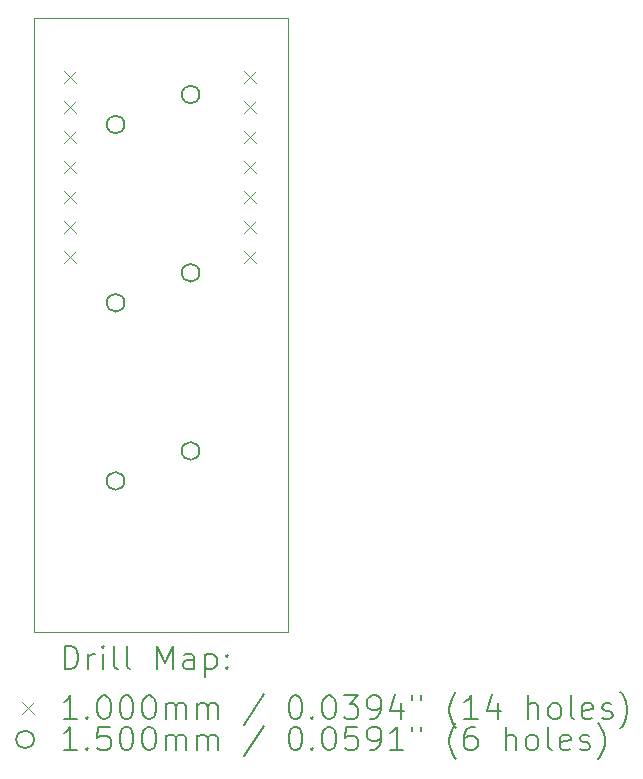
<source format=gbr>
%TF.GenerationSoftware,KiCad,Pcbnew,8.0.6*%
%TF.CreationDate,2024-10-21T23:56:26-04:00*%
%TF.ProjectId,Hackpad,4861636b-7061-4642-9e6b-696361645f70,rev?*%
%TF.SameCoordinates,Original*%
%TF.FileFunction,Drillmap*%
%TF.FilePolarity,Positive*%
%FSLAX45Y45*%
G04 Gerber Fmt 4.5, Leading zero omitted, Abs format (unit mm)*
G04 Created by KiCad (PCBNEW 8.0.6) date 2024-10-21 23:56:26*
%MOMM*%
%LPD*%
G01*
G04 APERTURE LIST*
%ADD10C,0.050000*%
%ADD11C,0.200000*%
%ADD12C,0.100000*%
%ADD13C,0.150000*%
G04 APERTURE END LIST*
D10*
X14550000Y-5600000D02*
X16700000Y-5600000D01*
X16700000Y-10800000D01*
X14550000Y-10800000D01*
X14550000Y-5600000D01*
D11*
D12*
X14800000Y-6050000D02*
X14900000Y-6150000D01*
X14900000Y-6050000D02*
X14800000Y-6150000D01*
X14800000Y-6304000D02*
X14900000Y-6404000D01*
X14900000Y-6304000D02*
X14800000Y-6404000D01*
X14800000Y-6558000D02*
X14900000Y-6658000D01*
X14900000Y-6558000D02*
X14800000Y-6658000D01*
X14800000Y-6812000D02*
X14900000Y-6912000D01*
X14900000Y-6812000D02*
X14800000Y-6912000D01*
X14800000Y-7066000D02*
X14900000Y-7166000D01*
X14900000Y-7066000D02*
X14800000Y-7166000D01*
X14800000Y-7320000D02*
X14900000Y-7420000D01*
X14900000Y-7320000D02*
X14800000Y-7420000D01*
X14800000Y-7574000D02*
X14900000Y-7674000D01*
X14900000Y-7574000D02*
X14800000Y-7674000D01*
X16325000Y-6050000D02*
X16425000Y-6150000D01*
X16425000Y-6050000D02*
X16325000Y-6150000D01*
X16325000Y-6304000D02*
X16425000Y-6404000D01*
X16425000Y-6304000D02*
X16325000Y-6404000D01*
X16325000Y-6558000D02*
X16425000Y-6658000D01*
X16425000Y-6558000D02*
X16325000Y-6658000D01*
X16325000Y-6812000D02*
X16425000Y-6912000D01*
X16425000Y-6812000D02*
X16325000Y-6912000D01*
X16325000Y-7066000D02*
X16425000Y-7166000D01*
X16425000Y-7066000D02*
X16325000Y-7166000D01*
X16325000Y-7320000D02*
X16425000Y-7420000D01*
X16425000Y-7320000D02*
X16325000Y-7420000D01*
X16325000Y-7574000D02*
X16425000Y-7674000D01*
X16425000Y-7574000D02*
X16325000Y-7674000D01*
D13*
X15314100Y-6500000D02*
G75*
G02*
X15164100Y-6500000I-75000J0D01*
G01*
X15164100Y-6500000D02*
G75*
G02*
X15314100Y-6500000I75000J0D01*
G01*
X15314100Y-8009000D02*
G75*
G02*
X15164100Y-8009000I-75000J0D01*
G01*
X15164100Y-8009000D02*
G75*
G02*
X15314100Y-8009000I75000J0D01*
G01*
X15314100Y-9518000D02*
G75*
G02*
X15164100Y-9518000I-75000J0D01*
G01*
X15164100Y-9518000D02*
G75*
G02*
X15314100Y-9518000I75000J0D01*
G01*
X15949100Y-6246000D02*
G75*
G02*
X15799100Y-6246000I-75000J0D01*
G01*
X15799100Y-6246000D02*
G75*
G02*
X15949100Y-6246000I75000J0D01*
G01*
X15949100Y-7755000D02*
G75*
G02*
X15799100Y-7755000I-75000J0D01*
G01*
X15799100Y-7755000D02*
G75*
G02*
X15949100Y-7755000I75000J0D01*
G01*
X15949100Y-9264000D02*
G75*
G02*
X15799100Y-9264000I-75000J0D01*
G01*
X15799100Y-9264000D02*
G75*
G02*
X15949100Y-9264000I75000J0D01*
G01*
D11*
X14808277Y-11113984D02*
X14808277Y-10913984D01*
X14808277Y-10913984D02*
X14855896Y-10913984D01*
X14855896Y-10913984D02*
X14884467Y-10923508D01*
X14884467Y-10923508D02*
X14903515Y-10942555D01*
X14903515Y-10942555D02*
X14913039Y-10961603D01*
X14913039Y-10961603D02*
X14922562Y-10999698D01*
X14922562Y-10999698D02*
X14922562Y-11028270D01*
X14922562Y-11028270D02*
X14913039Y-11066365D01*
X14913039Y-11066365D02*
X14903515Y-11085412D01*
X14903515Y-11085412D02*
X14884467Y-11104460D01*
X14884467Y-11104460D02*
X14855896Y-11113984D01*
X14855896Y-11113984D02*
X14808277Y-11113984D01*
X15008277Y-11113984D02*
X15008277Y-10980650D01*
X15008277Y-11018746D02*
X15017801Y-10999698D01*
X15017801Y-10999698D02*
X15027324Y-10990174D01*
X15027324Y-10990174D02*
X15046372Y-10980650D01*
X15046372Y-10980650D02*
X15065420Y-10980650D01*
X15132086Y-11113984D02*
X15132086Y-10980650D01*
X15132086Y-10913984D02*
X15122562Y-10923508D01*
X15122562Y-10923508D02*
X15132086Y-10933031D01*
X15132086Y-10933031D02*
X15141610Y-10923508D01*
X15141610Y-10923508D02*
X15132086Y-10913984D01*
X15132086Y-10913984D02*
X15132086Y-10933031D01*
X15255896Y-11113984D02*
X15236848Y-11104460D01*
X15236848Y-11104460D02*
X15227324Y-11085412D01*
X15227324Y-11085412D02*
X15227324Y-10913984D01*
X15360658Y-11113984D02*
X15341610Y-11104460D01*
X15341610Y-11104460D02*
X15332086Y-11085412D01*
X15332086Y-11085412D02*
X15332086Y-10913984D01*
X15589229Y-11113984D02*
X15589229Y-10913984D01*
X15589229Y-10913984D02*
X15655896Y-11056841D01*
X15655896Y-11056841D02*
X15722562Y-10913984D01*
X15722562Y-10913984D02*
X15722562Y-11113984D01*
X15903515Y-11113984D02*
X15903515Y-11009222D01*
X15903515Y-11009222D02*
X15893991Y-10990174D01*
X15893991Y-10990174D02*
X15874943Y-10980650D01*
X15874943Y-10980650D02*
X15836848Y-10980650D01*
X15836848Y-10980650D02*
X15817801Y-10990174D01*
X15903515Y-11104460D02*
X15884467Y-11113984D01*
X15884467Y-11113984D02*
X15836848Y-11113984D01*
X15836848Y-11113984D02*
X15817801Y-11104460D01*
X15817801Y-11104460D02*
X15808277Y-11085412D01*
X15808277Y-11085412D02*
X15808277Y-11066365D01*
X15808277Y-11066365D02*
X15817801Y-11047317D01*
X15817801Y-11047317D02*
X15836848Y-11037793D01*
X15836848Y-11037793D02*
X15884467Y-11037793D01*
X15884467Y-11037793D02*
X15903515Y-11028270D01*
X15998753Y-10980650D02*
X15998753Y-11180650D01*
X15998753Y-10990174D02*
X16017801Y-10980650D01*
X16017801Y-10980650D02*
X16055896Y-10980650D01*
X16055896Y-10980650D02*
X16074943Y-10990174D01*
X16074943Y-10990174D02*
X16084467Y-10999698D01*
X16084467Y-10999698D02*
X16093991Y-11018746D01*
X16093991Y-11018746D02*
X16093991Y-11075889D01*
X16093991Y-11075889D02*
X16084467Y-11094936D01*
X16084467Y-11094936D02*
X16074943Y-11104460D01*
X16074943Y-11104460D02*
X16055896Y-11113984D01*
X16055896Y-11113984D02*
X16017801Y-11113984D01*
X16017801Y-11113984D02*
X15998753Y-11104460D01*
X16179705Y-11094936D02*
X16189229Y-11104460D01*
X16189229Y-11104460D02*
X16179705Y-11113984D01*
X16179705Y-11113984D02*
X16170182Y-11104460D01*
X16170182Y-11104460D02*
X16179705Y-11094936D01*
X16179705Y-11094936D02*
X16179705Y-11113984D01*
X16179705Y-10990174D02*
X16189229Y-10999698D01*
X16189229Y-10999698D02*
X16179705Y-11009222D01*
X16179705Y-11009222D02*
X16170182Y-10999698D01*
X16170182Y-10999698D02*
X16179705Y-10990174D01*
X16179705Y-10990174D02*
X16179705Y-11009222D01*
D12*
X14447500Y-11392500D02*
X14547500Y-11492500D01*
X14547500Y-11392500D02*
X14447500Y-11492500D01*
D11*
X14913039Y-11533984D02*
X14798753Y-11533984D01*
X14855896Y-11533984D02*
X14855896Y-11333984D01*
X14855896Y-11333984D02*
X14836848Y-11362555D01*
X14836848Y-11362555D02*
X14817801Y-11381603D01*
X14817801Y-11381603D02*
X14798753Y-11391127D01*
X14998753Y-11514936D02*
X15008277Y-11524460D01*
X15008277Y-11524460D02*
X14998753Y-11533984D01*
X14998753Y-11533984D02*
X14989229Y-11524460D01*
X14989229Y-11524460D02*
X14998753Y-11514936D01*
X14998753Y-11514936D02*
X14998753Y-11533984D01*
X15132086Y-11333984D02*
X15151134Y-11333984D01*
X15151134Y-11333984D02*
X15170182Y-11343508D01*
X15170182Y-11343508D02*
X15179705Y-11353031D01*
X15179705Y-11353031D02*
X15189229Y-11372079D01*
X15189229Y-11372079D02*
X15198753Y-11410174D01*
X15198753Y-11410174D02*
X15198753Y-11457793D01*
X15198753Y-11457793D02*
X15189229Y-11495888D01*
X15189229Y-11495888D02*
X15179705Y-11514936D01*
X15179705Y-11514936D02*
X15170182Y-11524460D01*
X15170182Y-11524460D02*
X15151134Y-11533984D01*
X15151134Y-11533984D02*
X15132086Y-11533984D01*
X15132086Y-11533984D02*
X15113039Y-11524460D01*
X15113039Y-11524460D02*
X15103515Y-11514936D01*
X15103515Y-11514936D02*
X15093991Y-11495888D01*
X15093991Y-11495888D02*
X15084467Y-11457793D01*
X15084467Y-11457793D02*
X15084467Y-11410174D01*
X15084467Y-11410174D02*
X15093991Y-11372079D01*
X15093991Y-11372079D02*
X15103515Y-11353031D01*
X15103515Y-11353031D02*
X15113039Y-11343508D01*
X15113039Y-11343508D02*
X15132086Y-11333984D01*
X15322562Y-11333984D02*
X15341610Y-11333984D01*
X15341610Y-11333984D02*
X15360658Y-11343508D01*
X15360658Y-11343508D02*
X15370182Y-11353031D01*
X15370182Y-11353031D02*
X15379705Y-11372079D01*
X15379705Y-11372079D02*
X15389229Y-11410174D01*
X15389229Y-11410174D02*
X15389229Y-11457793D01*
X15389229Y-11457793D02*
X15379705Y-11495888D01*
X15379705Y-11495888D02*
X15370182Y-11514936D01*
X15370182Y-11514936D02*
X15360658Y-11524460D01*
X15360658Y-11524460D02*
X15341610Y-11533984D01*
X15341610Y-11533984D02*
X15322562Y-11533984D01*
X15322562Y-11533984D02*
X15303515Y-11524460D01*
X15303515Y-11524460D02*
X15293991Y-11514936D01*
X15293991Y-11514936D02*
X15284467Y-11495888D01*
X15284467Y-11495888D02*
X15274943Y-11457793D01*
X15274943Y-11457793D02*
X15274943Y-11410174D01*
X15274943Y-11410174D02*
X15284467Y-11372079D01*
X15284467Y-11372079D02*
X15293991Y-11353031D01*
X15293991Y-11353031D02*
X15303515Y-11343508D01*
X15303515Y-11343508D02*
X15322562Y-11333984D01*
X15513039Y-11333984D02*
X15532086Y-11333984D01*
X15532086Y-11333984D02*
X15551134Y-11343508D01*
X15551134Y-11343508D02*
X15560658Y-11353031D01*
X15560658Y-11353031D02*
X15570182Y-11372079D01*
X15570182Y-11372079D02*
X15579705Y-11410174D01*
X15579705Y-11410174D02*
X15579705Y-11457793D01*
X15579705Y-11457793D02*
X15570182Y-11495888D01*
X15570182Y-11495888D02*
X15560658Y-11514936D01*
X15560658Y-11514936D02*
X15551134Y-11524460D01*
X15551134Y-11524460D02*
X15532086Y-11533984D01*
X15532086Y-11533984D02*
X15513039Y-11533984D01*
X15513039Y-11533984D02*
X15493991Y-11524460D01*
X15493991Y-11524460D02*
X15484467Y-11514936D01*
X15484467Y-11514936D02*
X15474943Y-11495888D01*
X15474943Y-11495888D02*
X15465420Y-11457793D01*
X15465420Y-11457793D02*
X15465420Y-11410174D01*
X15465420Y-11410174D02*
X15474943Y-11372079D01*
X15474943Y-11372079D02*
X15484467Y-11353031D01*
X15484467Y-11353031D02*
X15493991Y-11343508D01*
X15493991Y-11343508D02*
X15513039Y-11333984D01*
X15665420Y-11533984D02*
X15665420Y-11400650D01*
X15665420Y-11419698D02*
X15674943Y-11410174D01*
X15674943Y-11410174D02*
X15693991Y-11400650D01*
X15693991Y-11400650D02*
X15722563Y-11400650D01*
X15722563Y-11400650D02*
X15741610Y-11410174D01*
X15741610Y-11410174D02*
X15751134Y-11429222D01*
X15751134Y-11429222D02*
X15751134Y-11533984D01*
X15751134Y-11429222D02*
X15760658Y-11410174D01*
X15760658Y-11410174D02*
X15779705Y-11400650D01*
X15779705Y-11400650D02*
X15808277Y-11400650D01*
X15808277Y-11400650D02*
X15827324Y-11410174D01*
X15827324Y-11410174D02*
X15836848Y-11429222D01*
X15836848Y-11429222D02*
X15836848Y-11533984D01*
X15932086Y-11533984D02*
X15932086Y-11400650D01*
X15932086Y-11419698D02*
X15941610Y-11410174D01*
X15941610Y-11410174D02*
X15960658Y-11400650D01*
X15960658Y-11400650D02*
X15989229Y-11400650D01*
X15989229Y-11400650D02*
X16008277Y-11410174D01*
X16008277Y-11410174D02*
X16017801Y-11429222D01*
X16017801Y-11429222D02*
X16017801Y-11533984D01*
X16017801Y-11429222D02*
X16027324Y-11410174D01*
X16027324Y-11410174D02*
X16046372Y-11400650D01*
X16046372Y-11400650D02*
X16074943Y-11400650D01*
X16074943Y-11400650D02*
X16093991Y-11410174D01*
X16093991Y-11410174D02*
X16103515Y-11429222D01*
X16103515Y-11429222D02*
X16103515Y-11533984D01*
X16493991Y-11324460D02*
X16322563Y-11581603D01*
X16751134Y-11333984D02*
X16770182Y-11333984D01*
X16770182Y-11333984D02*
X16789229Y-11343508D01*
X16789229Y-11343508D02*
X16798753Y-11353031D01*
X16798753Y-11353031D02*
X16808277Y-11372079D01*
X16808277Y-11372079D02*
X16817801Y-11410174D01*
X16817801Y-11410174D02*
X16817801Y-11457793D01*
X16817801Y-11457793D02*
X16808277Y-11495888D01*
X16808277Y-11495888D02*
X16798753Y-11514936D01*
X16798753Y-11514936D02*
X16789229Y-11524460D01*
X16789229Y-11524460D02*
X16770182Y-11533984D01*
X16770182Y-11533984D02*
X16751134Y-11533984D01*
X16751134Y-11533984D02*
X16732086Y-11524460D01*
X16732086Y-11524460D02*
X16722563Y-11514936D01*
X16722563Y-11514936D02*
X16713039Y-11495888D01*
X16713039Y-11495888D02*
X16703515Y-11457793D01*
X16703515Y-11457793D02*
X16703515Y-11410174D01*
X16703515Y-11410174D02*
X16713039Y-11372079D01*
X16713039Y-11372079D02*
X16722563Y-11353031D01*
X16722563Y-11353031D02*
X16732086Y-11343508D01*
X16732086Y-11343508D02*
X16751134Y-11333984D01*
X16903515Y-11514936D02*
X16913039Y-11524460D01*
X16913039Y-11524460D02*
X16903515Y-11533984D01*
X16903515Y-11533984D02*
X16893991Y-11524460D01*
X16893991Y-11524460D02*
X16903515Y-11514936D01*
X16903515Y-11514936D02*
X16903515Y-11533984D01*
X17036848Y-11333984D02*
X17055896Y-11333984D01*
X17055896Y-11333984D02*
X17074944Y-11343508D01*
X17074944Y-11343508D02*
X17084468Y-11353031D01*
X17084468Y-11353031D02*
X17093991Y-11372079D01*
X17093991Y-11372079D02*
X17103515Y-11410174D01*
X17103515Y-11410174D02*
X17103515Y-11457793D01*
X17103515Y-11457793D02*
X17093991Y-11495888D01*
X17093991Y-11495888D02*
X17084468Y-11514936D01*
X17084468Y-11514936D02*
X17074944Y-11524460D01*
X17074944Y-11524460D02*
X17055896Y-11533984D01*
X17055896Y-11533984D02*
X17036848Y-11533984D01*
X17036848Y-11533984D02*
X17017801Y-11524460D01*
X17017801Y-11524460D02*
X17008277Y-11514936D01*
X17008277Y-11514936D02*
X16998753Y-11495888D01*
X16998753Y-11495888D02*
X16989229Y-11457793D01*
X16989229Y-11457793D02*
X16989229Y-11410174D01*
X16989229Y-11410174D02*
X16998753Y-11372079D01*
X16998753Y-11372079D02*
X17008277Y-11353031D01*
X17008277Y-11353031D02*
X17017801Y-11343508D01*
X17017801Y-11343508D02*
X17036848Y-11333984D01*
X17170182Y-11333984D02*
X17293991Y-11333984D01*
X17293991Y-11333984D02*
X17227325Y-11410174D01*
X17227325Y-11410174D02*
X17255896Y-11410174D01*
X17255896Y-11410174D02*
X17274944Y-11419698D01*
X17274944Y-11419698D02*
X17284468Y-11429222D01*
X17284468Y-11429222D02*
X17293991Y-11448269D01*
X17293991Y-11448269D02*
X17293991Y-11495888D01*
X17293991Y-11495888D02*
X17284468Y-11514936D01*
X17284468Y-11514936D02*
X17274944Y-11524460D01*
X17274944Y-11524460D02*
X17255896Y-11533984D01*
X17255896Y-11533984D02*
X17198753Y-11533984D01*
X17198753Y-11533984D02*
X17179706Y-11524460D01*
X17179706Y-11524460D02*
X17170182Y-11514936D01*
X17389229Y-11533984D02*
X17427325Y-11533984D01*
X17427325Y-11533984D02*
X17446372Y-11524460D01*
X17446372Y-11524460D02*
X17455896Y-11514936D01*
X17455896Y-11514936D02*
X17474944Y-11486365D01*
X17474944Y-11486365D02*
X17484468Y-11448269D01*
X17484468Y-11448269D02*
X17484468Y-11372079D01*
X17484468Y-11372079D02*
X17474944Y-11353031D01*
X17474944Y-11353031D02*
X17465420Y-11343508D01*
X17465420Y-11343508D02*
X17446372Y-11333984D01*
X17446372Y-11333984D02*
X17408277Y-11333984D01*
X17408277Y-11333984D02*
X17389229Y-11343508D01*
X17389229Y-11343508D02*
X17379706Y-11353031D01*
X17379706Y-11353031D02*
X17370182Y-11372079D01*
X17370182Y-11372079D02*
X17370182Y-11419698D01*
X17370182Y-11419698D02*
X17379706Y-11438746D01*
X17379706Y-11438746D02*
X17389229Y-11448269D01*
X17389229Y-11448269D02*
X17408277Y-11457793D01*
X17408277Y-11457793D02*
X17446372Y-11457793D01*
X17446372Y-11457793D02*
X17465420Y-11448269D01*
X17465420Y-11448269D02*
X17474944Y-11438746D01*
X17474944Y-11438746D02*
X17484468Y-11419698D01*
X17655896Y-11400650D02*
X17655896Y-11533984D01*
X17608277Y-11324460D02*
X17560658Y-11467317D01*
X17560658Y-11467317D02*
X17684468Y-11467317D01*
X17751134Y-11333984D02*
X17751134Y-11372079D01*
X17827325Y-11333984D02*
X17827325Y-11372079D01*
X18122563Y-11610174D02*
X18113039Y-11600650D01*
X18113039Y-11600650D02*
X18093991Y-11572079D01*
X18093991Y-11572079D02*
X18084468Y-11553031D01*
X18084468Y-11553031D02*
X18074944Y-11524460D01*
X18074944Y-11524460D02*
X18065420Y-11476841D01*
X18065420Y-11476841D02*
X18065420Y-11438746D01*
X18065420Y-11438746D02*
X18074944Y-11391127D01*
X18074944Y-11391127D02*
X18084468Y-11362555D01*
X18084468Y-11362555D02*
X18093991Y-11343508D01*
X18093991Y-11343508D02*
X18113039Y-11314936D01*
X18113039Y-11314936D02*
X18122563Y-11305412D01*
X18303515Y-11533984D02*
X18189230Y-11533984D01*
X18246372Y-11533984D02*
X18246372Y-11333984D01*
X18246372Y-11333984D02*
X18227325Y-11362555D01*
X18227325Y-11362555D02*
X18208277Y-11381603D01*
X18208277Y-11381603D02*
X18189230Y-11391127D01*
X18474944Y-11400650D02*
X18474944Y-11533984D01*
X18427325Y-11324460D02*
X18379706Y-11467317D01*
X18379706Y-11467317D02*
X18503515Y-11467317D01*
X18732087Y-11533984D02*
X18732087Y-11333984D01*
X18817801Y-11533984D02*
X18817801Y-11429222D01*
X18817801Y-11429222D02*
X18808277Y-11410174D01*
X18808277Y-11410174D02*
X18789230Y-11400650D01*
X18789230Y-11400650D02*
X18760658Y-11400650D01*
X18760658Y-11400650D02*
X18741611Y-11410174D01*
X18741611Y-11410174D02*
X18732087Y-11419698D01*
X18941611Y-11533984D02*
X18922563Y-11524460D01*
X18922563Y-11524460D02*
X18913039Y-11514936D01*
X18913039Y-11514936D02*
X18903515Y-11495888D01*
X18903515Y-11495888D02*
X18903515Y-11438746D01*
X18903515Y-11438746D02*
X18913039Y-11419698D01*
X18913039Y-11419698D02*
X18922563Y-11410174D01*
X18922563Y-11410174D02*
X18941611Y-11400650D01*
X18941611Y-11400650D02*
X18970182Y-11400650D01*
X18970182Y-11400650D02*
X18989230Y-11410174D01*
X18989230Y-11410174D02*
X18998753Y-11419698D01*
X18998753Y-11419698D02*
X19008277Y-11438746D01*
X19008277Y-11438746D02*
X19008277Y-11495888D01*
X19008277Y-11495888D02*
X18998753Y-11514936D01*
X18998753Y-11514936D02*
X18989230Y-11524460D01*
X18989230Y-11524460D02*
X18970182Y-11533984D01*
X18970182Y-11533984D02*
X18941611Y-11533984D01*
X19122563Y-11533984D02*
X19103515Y-11524460D01*
X19103515Y-11524460D02*
X19093992Y-11505412D01*
X19093992Y-11505412D02*
X19093992Y-11333984D01*
X19274944Y-11524460D02*
X19255896Y-11533984D01*
X19255896Y-11533984D02*
X19217801Y-11533984D01*
X19217801Y-11533984D02*
X19198753Y-11524460D01*
X19198753Y-11524460D02*
X19189230Y-11505412D01*
X19189230Y-11505412D02*
X19189230Y-11429222D01*
X19189230Y-11429222D02*
X19198753Y-11410174D01*
X19198753Y-11410174D02*
X19217801Y-11400650D01*
X19217801Y-11400650D02*
X19255896Y-11400650D01*
X19255896Y-11400650D02*
X19274944Y-11410174D01*
X19274944Y-11410174D02*
X19284468Y-11429222D01*
X19284468Y-11429222D02*
X19284468Y-11448269D01*
X19284468Y-11448269D02*
X19189230Y-11467317D01*
X19360658Y-11524460D02*
X19379706Y-11533984D01*
X19379706Y-11533984D02*
X19417801Y-11533984D01*
X19417801Y-11533984D02*
X19436849Y-11524460D01*
X19436849Y-11524460D02*
X19446373Y-11505412D01*
X19446373Y-11505412D02*
X19446373Y-11495888D01*
X19446373Y-11495888D02*
X19436849Y-11476841D01*
X19436849Y-11476841D02*
X19417801Y-11467317D01*
X19417801Y-11467317D02*
X19389230Y-11467317D01*
X19389230Y-11467317D02*
X19370182Y-11457793D01*
X19370182Y-11457793D02*
X19360658Y-11438746D01*
X19360658Y-11438746D02*
X19360658Y-11429222D01*
X19360658Y-11429222D02*
X19370182Y-11410174D01*
X19370182Y-11410174D02*
X19389230Y-11400650D01*
X19389230Y-11400650D02*
X19417801Y-11400650D01*
X19417801Y-11400650D02*
X19436849Y-11410174D01*
X19513039Y-11610174D02*
X19522563Y-11600650D01*
X19522563Y-11600650D02*
X19541611Y-11572079D01*
X19541611Y-11572079D02*
X19551134Y-11553031D01*
X19551134Y-11553031D02*
X19560658Y-11524460D01*
X19560658Y-11524460D02*
X19570182Y-11476841D01*
X19570182Y-11476841D02*
X19570182Y-11438746D01*
X19570182Y-11438746D02*
X19560658Y-11391127D01*
X19560658Y-11391127D02*
X19551134Y-11362555D01*
X19551134Y-11362555D02*
X19541611Y-11343508D01*
X19541611Y-11343508D02*
X19522563Y-11314936D01*
X19522563Y-11314936D02*
X19513039Y-11305412D01*
D13*
X14547500Y-11706500D02*
G75*
G02*
X14397500Y-11706500I-75000J0D01*
G01*
X14397500Y-11706500D02*
G75*
G02*
X14547500Y-11706500I75000J0D01*
G01*
D11*
X14913039Y-11797984D02*
X14798753Y-11797984D01*
X14855896Y-11797984D02*
X14855896Y-11597984D01*
X14855896Y-11597984D02*
X14836848Y-11626555D01*
X14836848Y-11626555D02*
X14817801Y-11645603D01*
X14817801Y-11645603D02*
X14798753Y-11655127D01*
X14998753Y-11778936D02*
X15008277Y-11788460D01*
X15008277Y-11788460D02*
X14998753Y-11797984D01*
X14998753Y-11797984D02*
X14989229Y-11788460D01*
X14989229Y-11788460D02*
X14998753Y-11778936D01*
X14998753Y-11778936D02*
X14998753Y-11797984D01*
X15189229Y-11597984D02*
X15093991Y-11597984D01*
X15093991Y-11597984D02*
X15084467Y-11693222D01*
X15084467Y-11693222D02*
X15093991Y-11683698D01*
X15093991Y-11683698D02*
X15113039Y-11674174D01*
X15113039Y-11674174D02*
X15160658Y-11674174D01*
X15160658Y-11674174D02*
X15179705Y-11683698D01*
X15179705Y-11683698D02*
X15189229Y-11693222D01*
X15189229Y-11693222D02*
X15198753Y-11712269D01*
X15198753Y-11712269D02*
X15198753Y-11759888D01*
X15198753Y-11759888D02*
X15189229Y-11778936D01*
X15189229Y-11778936D02*
X15179705Y-11788460D01*
X15179705Y-11788460D02*
X15160658Y-11797984D01*
X15160658Y-11797984D02*
X15113039Y-11797984D01*
X15113039Y-11797984D02*
X15093991Y-11788460D01*
X15093991Y-11788460D02*
X15084467Y-11778936D01*
X15322562Y-11597984D02*
X15341610Y-11597984D01*
X15341610Y-11597984D02*
X15360658Y-11607508D01*
X15360658Y-11607508D02*
X15370182Y-11617031D01*
X15370182Y-11617031D02*
X15379705Y-11636079D01*
X15379705Y-11636079D02*
X15389229Y-11674174D01*
X15389229Y-11674174D02*
X15389229Y-11721793D01*
X15389229Y-11721793D02*
X15379705Y-11759888D01*
X15379705Y-11759888D02*
X15370182Y-11778936D01*
X15370182Y-11778936D02*
X15360658Y-11788460D01*
X15360658Y-11788460D02*
X15341610Y-11797984D01*
X15341610Y-11797984D02*
X15322562Y-11797984D01*
X15322562Y-11797984D02*
X15303515Y-11788460D01*
X15303515Y-11788460D02*
X15293991Y-11778936D01*
X15293991Y-11778936D02*
X15284467Y-11759888D01*
X15284467Y-11759888D02*
X15274943Y-11721793D01*
X15274943Y-11721793D02*
X15274943Y-11674174D01*
X15274943Y-11674174D02*
X15284467Y-11636079D01*
X15284467Y-11636079D02*
X15293991Y-11617031D01*
X15293991Y-11617031D02*
X15303515Y-11607508D01*
X15303515Y-11607508D02*
X15322562Y-11597984D01*
X15513039Y-11597984D02*
X15532086Y-11597984D01*
X15532086Y-11597984D02*
X15551134Y-11607508D01*
X15551134Y-11607508D02*
X15560658Y-11617031D01*
X15560658Y-11617031D02*
X15570182Y-11636079D01*
X15570182Y-11636079D02*
X15579705Y-11674174D01*
X15579705Y-11674174D02*
X15579705Y-11721793D01*
X15579705Y-11721793D02*
X15570182Y-11759888D01*
X15570182Y-11759888D02*
X15560658Y-11778936D01*
X15560658Y-11778936D02*
X15551134Y-11788460D01*
X15551134Y-11788460D02*
X15532086Y-11797984D01*
X15532086Y-11797984D02*
X15513039Y-11797984D01*
X15513039Y-11797984D02*
X15493991Y-11788460D01*
X15493991Y-11788460D02*
X15484467Y-11778936D01*
X15484467Y-11778936D02*
X15474943Y-11759888D01*
X15474943Y-11759888D02*
X15465420Y-11721793D01*
X15465420Y-11721793D02*
X15465420Y-11674174D01*
X15465420Y-11674174D02*
X15474943Y-11636079D01*
X15474943Y-11636079D02*
X15484467Y-11617031D01*
X15484467Y-11617031D02*
X15493991Y-11607508D01*
X15493991Y-11607508D02*
X15513039Y-11597984D01*
X15665420Y-11797984D02*
X15665420Y-11664650D01*
X15665420Y-11683698D02*
X15674943Y-11674174D01*
X15674943Y-11674174D02*
X15693991Y-11664650D01*
X15693991Y-11664650D02*
X15722563Y-11664650D01*
X15722563Y-11664650D02*
X15741610Y-11674174D01*
X15741610Y-11674174D02*
X15751134Y-11693222D01*
X15751134Y-11693222D02*
X15751134Y-11797984D01*
X15751134Y-11693222D02*
X15760658Y-11674174D01*
X15760658Y-11674174D02*
X15779705Y-11664650D01*
X15779705Y-11664650D02*
X15808277Y-11664650D01*
X15808277Y-11664650D02*
X15827324Y-11674174D01*
X15827324Y-11674174D02*
X15836848Y-11693222D01*
X15836848Y-11693222D02*
X15836848Y-11797984D01*
X15932086Y-11797984D02*
X15932086Y-11664650D01*
X15932086Y-11683698D02*
X15941610Y-11674174D01*
X15941610Y-11674174D02*
X15960658Y-11664650D01*
X15960658Y-11664650D02*
X15989229Y-11664650D01*
X15989229Y-11664650D02*
X16008277Y-11674174D01*
X16008277Y-11674174D02*
X16017801Y-11693222D01*
X16017801Y-11693222D02*
X16017801Y-11797984D01*
X16017801Y-11693222D02*
X16027324Y-11674174D01*
X16027324Y-11674174D02*
X16046372Y-11664650D01*
X16046372Y-11664650D02*
X16074943Y-11664650D01*
X16074943Y-11664650D02*
X16093991Y-11674174D01*
X16093991Y-11674174D02*
X16103515Y-11693222D01*
X16103515Y-11693222D02*
X16103515Y-11797984D01*
X16493991Y-11588460D02*
X16322563Y-11845603D01*
X16751134Y-11597984D02*
X16770182Y-11597984D01*
X16770182Y-11597984D02*
X16789229Y-11607508D01*
X16789229Y-11607508D02*
X16798753Y-11617031D01*
X16798753Y-11617031D02*
X16808277Y-11636079D01*
X16808277Y-11636079D02*
X16817801Y-11674174D01*
X16817801Y-11674174D02*
X16817801Y-11721793D01*
X16817801Y-11721793D02*
X16808277Y-11759888D01*
X16808277Y-11759888D02*
X16798753Y-11778936D01*
X16798753Y-11778936D02*
X16789229Y-11788460D01*
X16789229Y-11788460D02*
X16770182Y-11797984D01*
X16770182Y-11797984D02*
X16751134Y-11797984D01*
X16751134Y-11797984D02*
X16732086Y-11788460D01*
X16732086Y-11788460D02*
X16722563Y-11778936D01*
X16722563Y-11778936D02*
X16713039Y-11759888D01*
X16713039Y-11759888D02*
X16703515Y-11721793D01*
X16703515Y-11721793D02*
X16703515Y-11674174D01*
X16703515Y-11674174D02*
X16713039Y-11636079D01*
X16713039Y-11636079D02*
X16722563Y-11617031D01*
X16722563Y-11617031D02*
X16732086Y-11607508D01*
X16732086Y-11607508D02*
X16751134Y-11597984D01*
X16903515Y-11778936D02*
X16913039Y-11788460D01*
X16913039Y-11788460D02*
X16903515Y-11797984D01*
X16903515Y-11797984D02*
X16893991Y-11788460D01*
X16893991Y-11788460D02*
X16903515Y-11778936D01*
X16903515Y-11778936D02*
X16903515Y-11797984D01*
X17036848Y-11597984D02*
X17055896Y-11597984D01*
X17055896Y-11597984D02*
X17074944Y-11607508D01*
X17074944Y-11607508D02*
X17084468Y-11617031D01*
X17084468Y-11617031D02*
X17093991Y-11636079D01*
X17093991Y-11636079D02*
X17103515Y-11674174D01*
X17103515Y-11674174D02*
X17103515Y-11721793D01*
X17103515Y-11721793D02*
X17093991Y-11759888D01*
X17093991Y-11759888D02*
X17084468Y-11778936D01*
X17084468Y-11778936D02*
X17074944Y-11788460D01*
X17074944Y-11788460D02*
X17055896Y-11797984D01*
X17055896Y-11797984D02*
X17036848Y-11797984D01*
X17036848Y-11797984D02*
X17017801Y-11788460D01*
X17017801Y-11788460D02*
X17008277Y-11778936D01*
X17008277Y-11778936D02*
X16998753Y-11759888D01*
X16998753Y-11759888D02*
X16989229Y-11721793D01*
X16989229Y-11721793D02*
X16989229Y-11674174D01*
X16989229Y-11674174D02*
X16998753Y-11636079D01*
X16998753Y-11636079D02*
X17008277Y-11617031D01*
X17008277Y-11617031D02*
X17017801Y-11607508D01*
X17017801Y-11607508D02*
X17036848Y-11597984D01*
X17284468Y-11597984D02*
X17189229Y-11597984D01*
X17189229Y-11597984D02*
X17179706Y-11693222D01*
X17179706Y-11693222D02*
X17189229Y-11683698D01*
X17189229Y-11683698D02*
X17208277Y-11674174D01*
X17208277Y-11674174D02*
X17255896Y-11674174D01*
X17255896Y-11674174D02*
X17274944Y-11683698D01*
X17274944Y-11683698D02*
X17284468Y-11693222D01*
X17284468Y-11693222D02*
X17293991Y-11712269D01*
X17293991Y-11712269D02*
X17293991Y-11759888D01*
X17293991Y-11759888D02*
X17284468Y-11778936D01*
X17284468Y-11778936D02*
X17274944Y-11788460D01*
X17274944Y-11788460D02*
X17255896Y-11797984D01*
X17255896Y-11797984D02*
X17208277Y-11797984D01*
X17208277Y-11797984D02*
X17189229Y-11788460D01*
X17189229Y-11788460D02*
X17179706Y-11778936D01*
X17389229Y-11797984D02*
X17427325Y-11797984D01*
X17427325Y-11797984D02*
X17446372Y-11788460D01*
X17446372Y-11788460D02*
X17455896Y-11778936D01*
X17455896Y-11778936D02*
X17474944Y-11750365D01*
X17474944Y-11750365D02*
X17484468Y-11712269D01*
X17484468Y-11712269D02*
X17484468Y-11636079D01*
X17484468Y-11636079D02*
X17474944Y-11617031D01*
X17474944Y-11617031D02*
X17465420Y-11607508D01*
X17465420Y-11607508D02*
X17446372Y-11597984D01*
X17446372Y-11597984D02*
X17408277Y-11597984D01*
X17408277Y-11597984D02*
X17389229Y-11607508D01*
X17389229Y-11607508D02*
X17379706Y-11617031D01*
X17379706Y-11617031D02*
X17370182Y-11636079D01*
X17370182Y-11636079D02*
X17370182Y-11683698D01*
X17370182Y-11683698D02*
X17379706Y-11702746D01*
X17379706Y-11702746D02*
X17389229Y-11712269D01*
X17389229Y-11712269D02*
X17408277Y-11721793D01*
X17408277Y-11721793D02*
X17446372Y-11721793D01*
X17446372Y-11721793D02*
X17465420Y-11712269D01*
X17465420Y-11712269D02*
X17474944Y-11702746D01*
X17474944Y-11702746D02*
X17484468Y-11683698D01*
X17674944Y-11797984D02*
X17560658Y-11797984D01*
X17617801Y-11797984D02*
X17617801Y-11597984D01*
X17617801Y-11597984D02*
X17598753Y-11626555D01*
X17598753Y-11626555D02*
X17579706Y-11645603D01*
X17579706Y-11645603D02*
X17560658Y-11655127D01*
X17751134Y-11597984D02*
X17751134Y-11636079D01*
X17827325Y-11597984D02*
X17827325Y-11636079D01*
X18122563Y-11874174D02*
X18113039Y-11864650D01*
X18113039Y-11864650D02*
X18093991Y-11836079D01*
X18093991Y-11836079D02*
X18084468Y-11817031D01*
X18084468Y-11817031D02*
X18074944Y-11788460D01*
X18074944Y-11788460D02*
X18065420Y-11740841D01*
X18065420Y-11740841D02*
X18065420Y-11702746D01*
X18065420Y-11702746D02*
X18074944Y-11655127D01*
X18074944Y-11655127D02*
X18084468Y-11626555D01*
X18084468Y-11626555D02*
X18093991Y-11607508D01*
X18093991Y-11607508D02*
X18113039Y-11578936D01*
X18113039Y-11578936D02*
X18122563Y-11569412D01*
X18284468Y-11597984D02*
X18246372Y-11597984D01*
X18246372Y-11597984D02*
X18227325Y-11607508D01*
X18227325Y-11607508D02*
X18217801Y-11617031D01*
X18217801Y-11617031D02*
X18198753Y-11645603D01*
X18198753Y-11645603D02*
X18189230Y-11683698D01*
X18189230Y-11683698D02*
X18189230Y-11759888D01*
X18189230Y-11759888D02*
X18198753Y-11778936D01*
X18198753Y-11778936D02*
X18208277Y-11788460D01*
X18208277Y-11788460D02*
X18227325Y-11797984D01*
X18227325Y-11797984D02*
X18265420Y-11797984D01*
X18265420Y-11797984D02*
X18284468Y-11788460D01*
X18284468Y-11788460D02*
X18293991Y-11778936D01*
X18293991Y-11778936D02*
X18303515Y-11759888D01*
X18303515Y-11759888D02*
X18303515Y-11712269D01*
X18303515Y-11712269D02*
X18293991Y-11693222D01*
X18293991Y-11693222D02*
X18284468Y-11683698D01*
X18284468Y-11683698D02*
X18265420Y-11674174D01*
X18265420Y-11674174D02*
X18227325Y-11674174D01*
X18227325Y-11674174D02*
X18208277Y-11683698D01*
X18208277Y-11683698D02*
X18198753Y-11693222D01*
X18198753Y-11693222D02*
X18189230Y-11712269D01*
X18541611Y-11797984D02*
X18541611Y-11597984D01*
X18627325Y-11797984D02*
X18627325Y-11693222D01*
X18627325Y-11693222D02*
X18617801Y-11674174D01*
X18617801Y-11674174D02*
X18598753Y-11664650D01*
X18598753Y-11664650D02*
X18570182Y-11664650D01*
X18570182Y-11664650D02*
X18551134Y-11674174D01*
X18551134Y-11674174D02*
X18541611Y-11683698D01*
X18751134Y-11797984D02*
X18732087Y-11788460D01*
X18732087Y-11788460D02*
X18722563Y-11778936D01*
X18722563Y-11778936D02*
X18713039Y-11759888D01*
X18713039Y-11759888D02*
X18713039Y-11702746D01*
X18713039Y-11702746D02*
X18722563Y-11683698D01*
X18722563Y-11683698D02*
X18732087Y-11674174D01*
X18732087Y-11674174D02*
X18751134Y-11664650D01*
X18751134Y-11664650D02*
X18779706Y-11664650D01*
X18779706Y-11664650D02*
X18798753Y-11674174D01*
X18798753Y-11674174D02*
X18808277Y-11683698D01*
X18808277Y-11683698D02*
X18817801Y-11702746D01*
X18817801Y-11702746D02*
X18817801Y-11759888D01*
X18817801Y-11759888D02*
X18808277Y-11778936D01*
X18808277Y-11778936D02*
X18798753Y-11788460D01*
X18798753Y-11788460D02*
X18779706Y-11797984D01*
X18779706Y-11797984D02*
X18751134Y-11797984D01*
X18932087Y-11797984D02*
X18913039Y-11788460D01*
X18913039Y-11788460D02*
X18903515Y-11769412D01*
X18903515Y-11769412D02*
X18903515Y-11597984D01*
X19084468Y-11788460D02*
X19065420Y-11797984D01*
X19065420Y-11797984D02*
X19027325Y-11797984D01*
X19027325Y-11797984D02*
X19008277Y-11788460D01*
X19008277Y-11788460D02*
X18998753Y-11769412D01*
X18998753Y-11769412D02*
X18998753Y-11693222D01*
X18998753Y-11693222D02*
X19008277Y-11674174D01*
X19008277Y-11674174D02*
X19027325Y-11664650D01*
X19027325Y-11664650D02*
X19065420Y-11664650D01*
X19065420Y-11664650D02*
X19084468Y-11674174D01*
X19084468Y-11674174D02*
X19093992Y-11693222D01*
X19093992Y-11693222D02*
X19093992Y-11712269D01*
X19093992Y-11712269D02*
X18998753Y-11731317D01*
X19170182Y-11788460D02*
X19189230Y-11797984D01*
X19189230Y-11797984D02*
X19227325Y-11797984D01*
X19227325Y-11797984D02*
X19246373Y-11788460D01*
X19246373Y-11788460D02*
X19255896Y-11769412D01*
X19255896Y-11769412D02*
X19255896Y-11759888D01*
X19255896Y-11759888D02*
X19246373Y-11740841D01*
X19246373Y-11740841D02*
X19227325Y-11731317D01*
X19227325Y-11731317D02*
X19198753Y-11731317D01*
X19198753Y-11731317D02*
X19179706Y-11721793D01*
X19179706Y-11721793D02*
X19170182Y-11702746D01*
X19170182Y-11702746D02*
X19170182Y-11693222D01*
X19170182Y-11693222D02*
X19179706Y-11674174D01*
X19179706Y-11674174D02*
X19198753Y-11664650D01*
X19198753Y-11664650D02*
X19227325Y-11664650D01*
X19227325Y-11664650D02*
X19246373Y-11674174D01*
X19322563Y-11874174D02*
X19332087Y-11864650D01*
X19332087Y-11864650D02*
X19351134Y-11836079D01*
X19351134Y-11836079D02*
X19360658Y-11817031D01*
X19360658Y-11817031D02*
X19370182Y-11788460D01*
X19370182Y-11788460D02*
X19379706Y-11740841D01*
X19379706Y-11740841D02*
X19379706Y-11702746D01*
X19379706Y-11702746D02*
X19370182Y-11655127D01*
X19370182Y-11655127D02*
X19360658Y-11626555D01*
X19360658Y-11626555D02*
X19351134Y-11607508D01*
X19351134Y-11607508D02*
X19332087Y-11578936D01*
X19332087Y-11578936D02*
X19322563Y-11569412D01*
M02*

</source>
